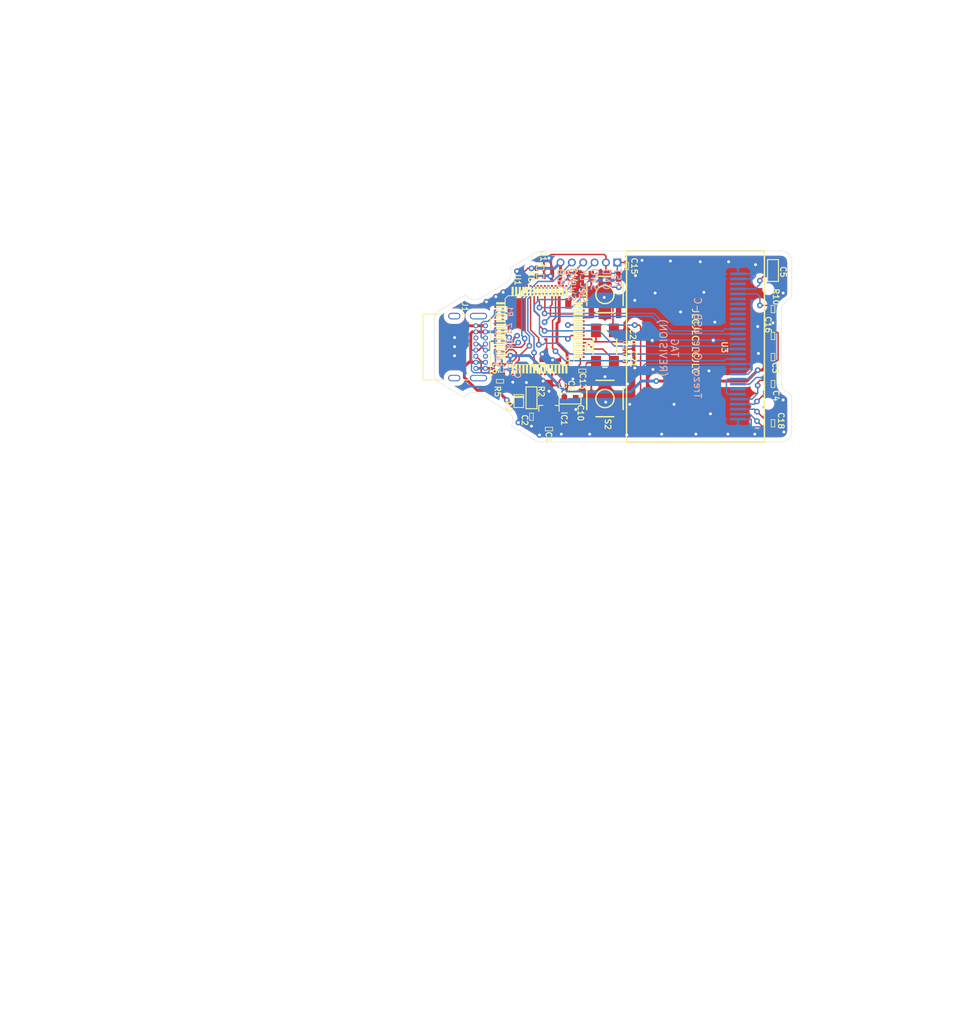
<source format=kicad_pcb>
(kicad_pcb (version 20221018) (generator pcbnew)
  (layers (0 "F.Cu" signal "Top") (31 "B.Cu" signal "Bottom") (34 "B.Paste" user) (35 "F.Paste" user) (36 "B.SilkS" user "B.Silkscreen") (37 "F.SilkS" user "F.Silkscreen") (38 "B.Mask" user) (39 "F.Mask" user) (44 "Edge.Cuts" user))
  (property "DATE" "YYYY-MM-DD HH:MM:SS")
  (property "REVISION" "REVISION")
  (property "TAG" "TAG")
  (net 0 "")
  (net 1 "GND")
  (net 2 "VCC")
  (net 3 "+3V3")
  (net 4 "+5V")
  (net 5 "Net-(C5-Pad2)")
  (net 6 "Net-(R10-PadP$2)")
  (net 13 "Net-(U1-Pad23)")
  (net 14 "Net-(U1-Pad21)")
  (net 17 "Net-(U1-Pad26)")
  (net 18 "Net-(U1-Pad27)")
  (net 19 "Net-(U1-Pad20)")
  (net 21 "Net-(C4-PadP$2)")
  (net 22 "Net-(C4-PadP$1)")
  (net 23 "Net-(C18-PadP$2)")
  (net 24 "Net-(C18-PadP$1)")
  (net 25 "Net-(C21-PadP$2)")
  (net 26 "Net-(C20-PadP$2)")
  (net 31 "Net-(U1-Pad55)")
  (net 34 "Net-(K2-Pad4)")
  (net 35 "Net-(C6-PadP$2)")
  (net 36 "Net-(K2-Pad5)")
  (net 37 "Net-(R4-PadP$1)")
  (net 38 "Net-(R3-PadP$1)")
  (net 40 "Net-(R7-PadP$1)")
  (net 44 "Net-(C8-PadP$2)")
  (net 55 "Net-(C15-PadP$2)")
  (net 56 "Net-(D2-PadK)")
  (net 57 "USB_SHIELD")
  (net 58 "USB_5V")
  (net 59 "USB_DP")
  (net 60 "USB_DM")
  (net 61 "Net-(J1-PadB5)")
  (net 62 "Net-(J1-PadA5)")
  (net 63 "Net-(S1-Pad1)")
  (net 64 "Net-(S2-Pad1)")
  (footprint "trezor_v1.1:UG-2864HSWEG01_0.96IN_WRAPAROUND" (layer "F.Cu") (at 164.7444 105.0036 90)
    (fp_text reference "U3")
    (fp_text value "DISPLAY")
  )
  (footprint "trezor_v1.1:TACTILE_SWITCH_SMD" (layer "F.Cu") (at 147.3708 97.7392 -90)
    (fp_text reference "S1")
    (fp_text value "SWITCH-MOMENTARY-2SMD" hide)
  )
  (footprint "trezor_v1.1:TACTILE_SWITCH_SMD" (layer "F.Cu") (at 147.3708 112.268 -90)
    (fp_text reference "S2")
    (fp_text value "SWITCH-MOMENTARY-2SMD" hide)
  )
  (footprint "trezor_v1.1:CTS406" (layer "F.Cu") (at 147.3708 105.0036 -90)
    (fp_text reference "Q2")
    (fp_text value "8MHz")
  )
  (footprint "trezor_v1.1:SOT23" (layer "F.Cu") (at 139.5476 113.8936)
    (fp_text reference "IC1")
    (fp_text value "MCP1703T-3302E/CB")
  )
  (footprint "trezor_v1.1:SWD" (layer "F.Cu") (at 149.098 93.2688 180)
    (fp_text reference "K2" hide)
    (fp_text value "SWD" hide)
  )
  (footprint "trezor_v1.1:0603" (layer "F.Cu") (at 137.1092 112.1664 -90)
    (fp_text reference "R2")
    (fp_text value "MF-FSMF020X-2 ")
  )
  (footprint "trezor_v1.1:SOD323" (layer "F.Cu") (at 135.3312 112.6236 90)
    (fp_text reference "D2")
    (fp_text value "BAT60BWS")
  )
  (footprint "trezor_v1.1:0402" (layer "F.Cu") (at 150.2156 104.8512 90)
    (fp_text reference "C20")
    (fp_text value "22p")
  )
  (footprint "trezor_v1.1:0402" (layer "F.Cu") (at 150.2156 106.5784 -90)
    (fp_text reference "C21")
    (fp_text value "22p")
  )
  (footprint "trezor_v1.1:0402" (layer "F.Cu") (at 138.3284 95.1992 180)
    (fp_text reference "C8")
    (fp_text value "2u2")
  )
  (footprint "trezor_v1.1:0402" (layer "F.Cu") (at 132.969 108.077 90)
    (fp_text reference "C6")
    (fp_text value "2u2")
  )
  (footprint "trezor_v1.1:0402" (layer "F.Cu") (at 141.478 110.4392)
    (fp_text reference "C9")
    (fp_text value "100n")
  )
  (footprint "trezor_v1.1:0402" (layer "F.Cu") (at 138.3284 94.0816 180)
    (fp_text reference "C12")
    (fp_text value "100n")
  )
  (footprint "trezor_v1.1:0402" (layer "F.Cu") (at 144.2212 108.4072 180)
    (fp_text reference "C13")
    (fp_text value "100n")
  )
  (footprint "trezor_v1.1:0402" (layer "F.Cu") (at 141.6812 94.6912 180)
    (fp_text reference "C14")
    (fp_text value "100n")
  )
  (footprint "trezor_v1.1:0402" (layer "F.Cu") (at 150.4188 93.7768 90)
    (fp_text reference "C15")
    (fp_text value "100n")
  )
  (footprint "trezor_v1.1:0402" (layer "F.Cu") (at 170.8404 103.5304 90)
    (fp_text reference "C16")
    (fp_text value "100n")
  )
  (footprint "trezor_v1.1:0402" (layer "F.Cu") (at 170.8404 110.236 90)
    (fp_text reference "C4")
    (fp_text value "1u")
  )
  (footprint "trezor_v1.1:0402" (layer "F.Cu") (at 170.8404 115.7224 90)
    (fp_text reference "C18")
    (fp_text value "1u")
  )
  (footprint "trezor_v1.1:0402" (layer "F.Cu") (at 139.5476 116.5352 180)
    (fp_text reference "C1")
    (fp_text value "1u")
  )
  (footprint "trezor_v1.1:0402" (layer "F.Cu") (at 137.1092 114.808 -90)
    (fp_text reference "C2")
    (fp_text value "1u")
  )
  (footprint "trezor_v1.1:0603" (layer "F.Cu") (at 142.494 112.268 180)
    (fp_text reference "C10")
    (fp_text value "4u7")
  )
  (footprint "trezor_v1.1:0402" (layer "F.Cu") (at 170.8404 99.7712 90)
    (fp_text reference "R10")
    (fp_text value "390k")
  )
  (footprint "trezor_v1.1:0603" (layer "F.Cu") (at 170.8404 94.3864 -90)
    (fp_text reference "C5")
    (fp_text value "2u2")
  )
  (footprint "Gigahawk:USB_C_Receptacle_GCT_USB4085" (layer "F.Cu") (at 130.683 102.108 -90)
    (fp_text reference "J1")
    (fp_text value "USB_C_Receptacle_USB2.0")
  )
  (footprint "trezor_v1.1:0402" (layer "F.Cu") (at 132.715 109.855)
    (fp_text reference "R5")
    (fp_text value "5.1k")
  )
  (footprint "trezor_v1.1:TQFP64" (layer "F.Cu") (at 138.2268 102.7176 180)
    (fp_text reference "U1")
    (fp_text value "STM32F205RET6")
  )
  (footprint "trezor_v1.1:0402" (layer "F.Cu") (at 170.8404 106.4768 -90)
    (fp_text reference "C3")
    (fp_text value "1u")
  )
  (footprint "trezor_v1.1:0402" (layer "B.Cu") (at 132.588 104.267 180)
    (fp_text reference "R3")
    (fp_text value "22R")
  )
  (footprint "trezor_v1.1:0402" (layer "B.Cu") (at 132.588 102.87 180)
    (fp_text reference "R7")
    (fp_text value "12k")
  )
  (footprint "trezor_v1.1:0402" (layer "B.Cu") (at 134.112 107.696 90)
    (fp_text reference "C7")
    (fp_text value "100n")
  )
  (footprint "trezor_v1.1:0402" (layer "B.Cu") (at 132.588 100.33)
    (fp_text reference "R1")
    (fp_text value "5.1k")
  )
  (footprint "trezor_v1.1:0402" (layer "B.Cu") (at 132.588 105.791 180)
    (fp_text reference "R4")
    (fp_text value "22R")
  )
  (gr_line (start 127.9144 97.7646) (end 128.2954 98.1964) (stroke (width 0.05)) (layer "Edge.Cuts"))
  (gr_line (start 172.212 99.187) (end 172.0342 99.568) (stroke (width 0.05)) (layer "Edge.Cuts"))
  (gr_line (start 129.413 98.4758) (end 129.9718 98.2726) (stroke (width 0.05)) (layer "Edge.Cuts"))
  (gr_line (start 128.8288 98.4504) (end 129.413 98.4758) (stroke (width 0.05)) (layer "Edge.Cuts"))
  (gr_line (start 128.2954 98.1964) (end 128.8288 98.4504) (stroke (width 0.05)) (layer "Edge.Cuts"))
  (gr_line (start 172.0342 99.568) (end 171.9834 99.9998) (stroke (width 0.05)) (layer "Edge.Cuts"))
  (gr_line (start 128.5748 111.4044) (end 128.0414 111.6584) (stroke (width 0.05)) (layer "Edge.Cuts"))
  (gr_line (start 128.0414 111.6584) (end 127.6604 112.0902) (stroke (width 0.05)) (layer "Edge.Cuts"))
  (gr_line (start 173.3042 111.7346) (end 172.8724 111.379) (stroke (width 0.05)) (layer "Edge.Cuts"))
  (gr_line (start 173.3042 98.2726) (end 173.482 97.7138) (stroke (width 0.05)) (layer "Edge.Cuts"))
  (gr_line (start 129.7178 111.5822) (end 133.8072 114.0206) (stroke (width 0.05)) (layer "Edge.Cuts"))
  (gr_line (start 173.355 117.4242) (end 173.482 116.84) (stroke (width 0.05)) (layer "Edge.Cuts"))
  (gr_line (start 172.8724 98.6282) (end 172.5168 98.8568) (stroke (width 0.05)) (layer "Edge.Cuts"))
  (gr_line (start 138.5062 118.3386) (end 171.9834 118.3386) (stroke (width 0.05)) (layer "Edge.Cuts"))
  (gr_line (start 172.5676 118.237) (end 173.0502 117.9068) (stroke (width 0.05)) (layer "Edge.Cuts"))
  (gr_line (start 172.5168 98.8568) (end 172.212 99.187) (stroke (width 0.05)) (layer "Edge.Cuts"))
  (gr_line (start 134.2644 94.6404) (end 134.0612 94.0816) (stroke (width 0.05)) (layer "Edge.Cuts"))
  (gr_line (start 173.0502 92.1004) (end 172.5422 91.7702) (stroke (width 0.05)) (layer "Edge.Cuts"))
  (gr_line (start 172.212 110.8202) (end 172.5168 111.1504) (stroke (width 0.05)) (layer "Edge.Cuts"))
  (gr_line (start 127.9144 97.7646) (end 124.2314 99.9744) (stroke (width 0.05)) (layer "Edge.Cuts"))
  (gr_line (start 138.5062 91.6686) (end 138.0998 91.7194) (stroke (width 0.05)) (layer "Edge.Cuts"))
  (gr_line (start 172.5422 91.7702) (end 171.9834 91.6686) (stroke (width 0.05)) (layer "Edge.Cuts"))
  (gr_line (start 134.239 114.427) (end 133.8072 114.0206) (stroke (width 0.05)) (layer "Edge.Cuts"))
  (gr_line (start 173.482 112.2934) (end 173.3042 111.7346) (stroke (width 0.05)) (layer "Edge.Cuts"))
  (gr_line (start 134.2136 95.2246) (end 134.2644 94.6404) (stroke (width 0.05)) (layer "Edge.Cuts"))
  (gr_line (start 173.355 92.583) (end 173.0502 92.1004) (stroke (width 0.05)) (layer "Edge.Cuts"))
  (gr_line (start 172.5168 111.1504) (end 172.8724 111.379) (stroke (width 0.05)) (layer "Edge.Cuts"))
  (gr_line (start 123.5202 108.7628) (end 123.698 109.4994) (stroke (width 0.05)) (layer "Edge.Cuts"))
  (gr_line (start 123.698 100.5078) (end 123.5202 101.2698) (stroke (width 0.05)) (layer "Edge.Cuts"))
  (gr_line (start 129.7178 111.5822) (end 129.159 111.379) (stroke (width 0.05)) (layer "Edge.Cuts"))
  (gr_line (start 123.698 109.4994) (end 124.2314 110.0328) (stroke (width 0.05)) (layer "Edge.Cuts"))
  (gr_line (start 172.8724 98.6282) (end 173.3042 98.2726) (stroke (width 0.05)) (layer "Edge.Cuts"))
  (gr_line (start 173.482 116.84) (end 173.482 112.2934) (stroke (width 0.05)) (layer "Edge.Cuts"))
  (gr_line (start 133.5532 96.139) (end 129.9718 98.2726) (stroke (width 0.05)) (layer "Edge.Cuts"))
  (gr_line (start 124.2314 110.0328) (end 127.6604 112.0902) (stroke (width 0.05)) (layer "Edge.Cuts"))
  (gr_line (start 171.9834 110.0074) (end 171.9834 99.9998) (stroke (width 0.05)) (layer "Edge.Cuts"))
  (gr_line (start 171.9834 118.3386) (end 172.5676 118.237) (stroke (width 0.05)) (layer "Edge.Cuts"))
  (gr_line (start 137.7188 118.1354) (end 138.0998 118.2878) (stroke (width 0.05)) (layer "Edge.Cuts"))
  (gr_line (start 137.7188 91.8718) (end 134.0612 94.0816) (stroke (width 0.05)) (layer "Edge.Cuts"))
  (gr_line (start 134.3152 116.078) (end 137.7188 118.1354) (stroke (width 0.05)) (layer "Edge.Cuts"))
  (gr_line (start 173.482 97.7138) (end 173.482 93.1672) (stroke (width 0.05)) (layer "Edge.Cuts"))
  (gr_line (start 124.2314 99.9744) (end 123.698 100.5078) (stroke (width 0.05)) (layer "Edge.Cuts"))
  (gr_line (start 133.5532 96.139) (end 133.985 95.758) (stroke (width 0.05)) (layer "Edge.Cuts"))
  (gr_line (start 138.0998 91.7194) (end 137.7188 91.8718) (stroke (width 0.05)) (layer "Edge.Cuts"))
  (gr_line (start 172.0342 110.4392) (end 172.212 110.8202) (stroke (width 0.05)) (layer "Edge.Cuts"))
  (gr_line (start 123.5202 101.2698) (end 123.5202 108.7628) (stroke (width 0.05)) (layer "Edge.Cuts"))
  (gr_line (start 173.0502 117.9068) (end 173.355 117.4242) (stroke (width 0.05)) (layer "Edge.Cuts"))
  (gr_line (start 138.0998 118.2878) (end 138.5062 118.3386) (stroke (width 0.05)) (layer "Edge.Cuts"))
  (gr_line (start 134.5184 115.5446) (end 134.493 114.9604) (stroke (width 0.05)) (layer "Edge.Cuts"))
  (gr_line (start 134.493 114.9604) (end 134.239 114.427) (stroke (width 0.05)) (layer "Edge.Cuts"))
  (gr_line (start 134.3152 116.078) (end 134.5184 115.5446) (stroke (width 0.05)) (layer "Edge.Cuts"))
  (gr_line (start 171.9834 110.0074) (end 172.0342 110.4392) (stroke (width 0.05)) (layer "Edge.Cuts"))
  (gr_line (start 129.159 111.379) (end 128.5748 111.4044) (stroke (width 0.05)) (layer "Edge.Cuts"))
  (gr_line (start 171.9834 91.6686) (end 138.5062 91.6686) (stroke (width 0.05)) (layer "Edge.Cuts"))
  (gr_line (start 133.985 95.758) (end 134.2136 95.2246) (stroke (width 0.05)) (layer "Edge.Cuts"))
  (gr_line (start 173.482 93.1672) (end 173.355 92.583) (stroke (width 0.05)) (layer "Edge.Cuts"))
  (gr_text "GND" (at 147.574 93.98 270) (layer "B.SilkS") (effects (font (size 1 1)) (justify right mirror)))
  (gr_text "SWO" (at 145.923 93.98 270) (layer "B.SilkS") (effects (font (size 1 1)) (justify right mirror)))
  (gr_text "SWCLK" (at 144.4 93.98 270) (layer "B.SilkS") (effects (font (size 1 1)) (justify right mirror)))
  (gr_text "SWDIO" (at 142.748 93.98 270) (layer "B.SilkS") (effects (font (size 1 1)) (justify right mirror)))
  (gr_text "VDD" (at 141.224 93.98 270) (layer "B.SilkS") (effects (font (size 1 1)) (justify right mirror)))
  (gr_text "RST" (at 149.1 93.98 270) (layer "B.SilkS") (effects (font (size 1 1)) (justify right mirror)))
  (gr_text "Trezor One USB-C\n\n${TAG}\n(${REVISION})" (at 157.9 105.2 270) (layer "B.SilkS") (effects (font (size 1 1)) (justify mirror)))
  (gr_text "JLCJLCJLCJLC" (at 160 104.3 -90) (layer "F.SilkS") (effects (font (size 0.9 0.9))))
  (segment (start 139.9768 110.1572) (end 140.2588 110.4392) (width 0.2032) (layer "F.Cu") (net 1))
  (segment (start 138.43 116.5352) (end 139.0396 116.5352) (width 0.2032) (layer "F.Cu") (net 1))
  (segment (start 141.4768 96.1148) (end 142.1892 95.4024) (width 0.2032) (layer "F.Cu") (net 1))
  (segment (start 147.2692 92.1512) (end 139.8524 92.1512) (width 0.2032) (layer "F.Cu") (net 1))
  (segment (start 137.6832 115.316) (end 137.8204 115.316) (width 0.2032) (layer "F.Cu") (net 1))
  (segment (start 139.9768 109.8296) (end 139.9768 110.1572) (width 0.2032) (layer "F.Cu") (net 1))
  (segment (start 138.7348 109.8296) (end 139.9768 109.8296) (width 0.2032) (layer "F.Cu") (net 1))
  (segment (start 145.4658 112.268) (end 145.4658 109.728) (width 0.2032) (layer "F.Cu") (net 1))
  (segment (start 142.1892 95.4024) (end 142.1892 94.6912) (width 0.2032) (layer "F.Cu") (net 1))
  (segment (start 139.8524 92.1512) (end 138.8364 93.1672) (width 0.2032) (layer "F.Cu") (net 1))
  (segment (start 144.7292 109.728) (end 145.4658 109.728) (width 0.2032) (layer "F.Cu") (net 1))
  (segment (start 140.2588 110.4392) (end 140.97 110.4392) (width 0.2032) (layer "F.Cu") (net 1))
  (segment (start 144.7292 108.4072) (end 144.7292 109.728) (width 0.2032) (layer "F.Cu") (net 1))
  (segment (start 147.5105 93.2688) (end 147.5105 94.7547) (width 0.2032) (layer "F.Cu") (net 1))
  (segment (start 138.8364 93.1672) (end 138.8364 94.0816) (width 0.2032) (layer "F.Cu") (net 1))
  (segment (start 145.4658 95.1992) (end 145.4658 100.2792) (width 0.2032) (layer "F.Cu") (net 1))
  (segment (start 141.4768 108.4176) (end 141.4768 109.3228) (width 0.2032) (layer "F.Cu") (net 1))
  (segment (start 145.4658 95.1992) (end 143.6116 95.1992) (width 0.2032) (layer "F.Cu") (net 1))
  (segment (start 143.6116 95.1992) (end 143.1036 94.6912) (width 0.2032) (layer "F.Cu") (net 1))
  (segment (start 147.5105 92.3925) (end 147.2692 92.1512) (width 0.2032) (layer "F.Cu") (net 1))
  (segment (start 137.1092 115.316) (end 137.6832 115.316) (width 0.2032) (layer "F.Cu") (net 1))
  (segment (start 143.294 112.268) (end 145.4658 112.268) (width 0.2032) (layer "F.Cu") (net 1))
  (segment (start 137.8204 115.316) (end 137.8204 115.0112) (width 0.2032) (layer "F.Cu") (net 1))
  (segment (start 138.8364 94.0816) (end 138.8364 95.1992) (width 0.2032) (layer "F.Cu") (net 1))
  (segment (start 145.4658 114.808) (end 145.4658 112.268) (width 0.2032) (layer "F.Cu") (net 1))
  (segment (start 145.4658 100.9676) (end 145.4658 100.2792) (width 0.2032) (layer "F.Cu") (net 1))
  (segment (start 141.0716 109.728) (end 140.97 109.8296) (width 0.2032) (layer "F.Cu") (net 1))
  (segment (start 147.066 95.1992) (end 145.4658 95.1992) (width 0.2032) (layer "F.Cu") (net 1))
  (segment (start 139.9768 108.4176) (end 139.9768 109.8296) (width 0.2032) (layer "F.Cu") (net 1))
  (segment (start 136.398 109.8296) (end 138.7348 109.8296) (width 0.2032) (layer "F.Cu") (net 1))
  (segment (start 147.5105 93.2688) (end 147.5105 92.3925) (width 0.2032) (layer "F.Cu") (net 1))
  (segment (start 141.4768 97.0176) (end 141.4768 96.1148) (width 0.2032) (layer "F.Cu") (net 1))
  (segment (start 147.5105 94.7547) (end 147.066 95.1992) (width 0.2032) (layer "F.Cu") (net 1))
  (segment (start 150.2156 106.0704) (end 150.2156 105.3592) (width 0.2032) (layer "F.Cu") (net 1))
  (segment (start 140.97 109.8296) (end 140.97 110.4392) (width 0.2032) (layer "F.Cu") (net 1))
  (segment (start 143.1036 94.6912) (end 142.1892 94.6912) (width 0.2032) (layer "F.Cu") (net 1))
  (segment (start 141.4768 109.3228) (end 141.0716 109.728) (width 0.2032) (layer "F.Cu") (net 1))
  (segment (start 143.9268 100.9676) (end 145.4658 100.9676) (width 0.2032) (layer "F.Cu") (net 1))
  (segment (start 150.2156 106.0704) (end 151.13 106.0704) (width 0.2032) (layer "F.Cu") (net 1))
  (segment (start 170.8276 93.5736) (end 170.8404 93.5864) (width 0.2032) (layer "F.Cu") (net 1))
  (segment (start 151.13 106.0704) (end 151.5364 106.4768) (width 0.2032) (layer "F.Cu") (net 1))
  (segment (start 147.3708 109.22) (end 147.3708 109.3216) (width 0.2032) (layer "F.Cu") (net 1))
  (segment (start 150.4188 94.2848) (end 150.4188 101.3968) (width 0.2032) (layer "F.Cu") (net 1))
  (segment (start 150.4188 101.3968) (end 150.4188 101.4984) (width 0.2032) (layer "F.Cu") (net 1))
  (segment (start 170.8404 101.7016) (end 170.8404 100.2792) (width 0.2032) (layer "F.Cu") (net 1))
  (segment (start 151.5364 106.4768) (end 151.5364 108.0008) (width 0.2032) (layer "F.Cu") (net 1))
  (segment (start 168.402 93.5736) (end 170.8276 93.5736) (width 0.2032) (layer "F.Cu") (net 1))
  (segment (start 147.3708 109.3216) (end 147.3708 109.4232) (width 0.2032) (layer "F.Cu") (net 1))
  (segment (start 147.3708 109.4232) (end 147.066 109.728) (width 0.2032) (layer "F.Cu") (net 1))
  (segment (start 147.066 109.728) (end 145.4658 109.728) (width 0.2032) (layer "F.Cu") (net 1))
  (segment (start 150.4188 94.2848) (end 151.0284 94.2848) (width 0.2032) (layer "F.Cu") (net 1))
  (segment (start 150.4188 102.2096) (end 150.4188 101.4984) (width 0.2032) (layer "F.Cu") (net 1))
  (segment (start 139.7508 95.1992) (end 138.8364 95.1992) (width 0.2032) (layer "F.Cu") (net 1))
  (segment (start 137.1092 116.1288) (end 137.1092 115.316) (width 0.2032) (layer "F.Cu") (net 1))
  (segment (start 137.1092 115.316) (end 136.6012 115.316) (width 0.2032) (layer "F.Cu") (net 1))
  (segment (start 170.8404 100.2792) (end 170.7388 100.2792) (width 0.2032) (layer "F.Cu") (net 1))
  (segment (start 139.0396 116.5352) (end 139.0396 117.2464) (width 0.2032) (layer "F.Cu") (net 1))
  (segment (start 143.294 113.7792) (end 143.3068 113.792) (width 0.2032) (layer "F.Cu") (net 1))
  (segment (start 151.5364 103.3272) (end 150.4188 102.2096) (width 0.2032) (layer "F.Cu") (net 1))
  (segment (start 170.7388 100.2792) (end 170.3324 100.2792) (width 0.2032) (layer "F.Cu") (net 1))
  (segment (start 151.0284 105.3592) (end 151.5364 104.8512) (width 0.2032) (layer "F.Cu") (net 1))
  (segment (start 150.2156 105.3592) (end 151.0284 105.3592) (width 0.2032) (layer "F.Cu") (net 1))
  (segment (start 151.5364 104.8512) (end 151.5364 103.3272) (width 0.2032) (layer "F.Cu") (net 1))
  (segment (start 143.294 112.268) (end 143.294 113.7792) (width 0.2032) (layer "F.Cu") (net 1))
  (segment (start 148.4884 98.1456) (end 148.4884 102.7176) (width 0.2032) (layer "F.Cu") (net 1))
  (segment (start 171.45 103.0224) (end 171.5516 103.124) (width 0.2032) (layer "F.Cu") (net 1))
  (segment (start 171.5516 103.124) (end 171.5516 106.8832) (width 0.2032) (layer "F.Cu") (net 1))
  (segment (start 170.8404 106.9848) (end 170.2308 106.9848) (width 0.2032) (layer "F.Cu") (net 1))
  (segment (start 138.5976 114.9936) (end 138.58 115.0112) (width 0.2032) (layer "F.Cu") (net 1))
  (segment (start 171.5516 106.8832) (end 171.45 106.9848) (width 0.2032) (layer "F.Cu") (net 1))
  (segment (start 138.58 115.0112) (end 137.8204 115.0112) (width 0.2032) (layer "F.Cu") (net 1))
  (segment (start 147.3708 109.3216) (end 146.2532 109.3216) (width 0.2032) (layer "F.Cu") (net 1))
  (segment (start 171.45 106.9848) (end 170.8404 106.9848) (width 0.2032) (layer "F.Cu") (net 1))
  (segment (start 147.2692 98.1456) (end 148.4884 98.1456) (width 0.2032) (layer "F.Cu") (net 1))
  (segment (start 170.8404 103.0224) (end 171.45 103.0224) (width 0.2032) (layer "F.Cu") (net 1))
  (segment (start 170.8404 103.0224) (end 170.2308 103.0224) (width 0.2032) (layer "F.Cu") (net 1))
  (segment (start 146.2532 109.3216) (end 146.2532 107.0864) (width 0.2032) (layer "F.Cu") (net 1))
  (segment (start 133.223 109.855) (end 133.223 108.839) (width 0.4) (layer "F.Cu") (net 1))
  (segment (start 133.223 108.839) (end 132.969 108.585) (width 0.4) (layer "F.Cu") (net 1))
  (segment (start 132.194 108.585) (end 132.969 108.585) (width 0.4) (layer "F.Cu") (net 1))
  (segment (start 130.683 102.108) (end 129.333 102.108) (width 0.4) (layer "F.Cu") (net 1))
  (segment (start 138.5976 114.9936) (end 138.5976 116.0932) (width 0.25) (layer "F.Cu") (net 1))
  (segment (start 138.5976 116.0932) (end 139.0396 116.5352) (width 0.25) (layer "F.Cu") (net 1))
  (segment (start 130.683 108.058) (end 131.667 108.058) (width 0.4) (layer "F.Cu") (net 1))
  (segment (start 131.667 108.058) (end 132.194 108.585) (width 0.4) (layer "F.Cu") (net 1))
  (segment (start 129.333 102.108) (end 128.016 102.108) (width 0.4) (layer "F.Cu") (net 1))
  (via (at 147.3708 109.22) (size 0.8064) (drill 0.4) (layers "F.Cu" "B.Cu") (net 1))
  (via (at 151.5364 108.0008) (size 0.8064) (drill 0.4) (layers "F.Cu" "B.Cu") (net 1))
  (via (at 168.8084 105.9688) (size 0.8064) (drill 0.4) (layers "F.Cu" "B.Cu") (net 1))
  (via (at 168.402 93.5736) (size 0.8064) (drill 0.4) (layers "F.Cu" "B.Cu") (net 1))
  (via (at 170.8404 101.7016) (size 0.8064) (drill 0.4) (layers "F.Cu" "B.Cu") (net 1))
  (via (at 137.1092 116.1288) (size 0.8064) (drill 0.4) (layers "F.Cu" "B.Cu") (net 1))
  (via (at 138.6332 106.0704) (size 0.8064) (drill 0.4) (layers "F.Cu" "B.Cu") (net 1))
  (via (at 142.9004 109.5248) (size 0.8064) (drill 0.4) (layers "F.Cu" "B.Cu") (net 1))
  (via (at 147.2692 95.7072) (size 0.8064) (drill 0.4) (layers "F.Cu" "B.Cu") (net 1))
  (via (at 162.5092 104.14) (size 0.8064) (drill 0.4) (layers "F.Cu" "B.Cu") (net 1))
  (via (at 153.9748 104.14) (size 0.8064) (drill 0.4) (layers "F.Cu" "B.Cu") (net 1))
  (via (at 138.7348 109.8296) (size 0.8064) (drill 0.4) (layers "F.Cu" "B.Cu") (net 1))
  (via (at 139.7508 95.1992) (size 0.8064) (drill 0.4) (layers "F.Cu" "B.Cu") (net 1))
  (via (at 133.1468 97.4344) (size 0.8064) (drill 0.4) (layers "F.Cu" "B.Cu") (net 1))
  (via (at 130.81 98.7552) (size 0.8064) (drill 0.4) (layers "F.Cu" "B.Cu") (net 1))
  (via (at 147.2692 98.1456) (size 0.8064) (drill 0.4) (layers "F.Cu" "B.Cu") (net 1))
  (via (at 143.3068 113.792) (size 0.8064) (drill 0.4) (layers "F.Cu" "B.Cu") (net 1))
  (via (at 132.1308 98.044) (size 0.8064) (drill 0.4) (layers "F.Cu" "B.Cu") (net 1))
  (via (at 154.3812 97.536) (size 0.8064) (drill 0.4) (layers "F.Cu" "B.Cu") (net 1))
  (via (at 152.5524 92.964) (size 0.8064) (drill 0.4) (layers "F.Cu" "B.Cu") (net 1))
  (via (at 162.1028 114.4016) (size 0.8064) (drill 0.4) (layers "F.Cu" "B.Cu") (net 1))
  (via (at 135.2804 115.6208) (size 0.8064) (drill 0.4) (layers "F.Cu" "B.Cu") (net 1))
  (via (at 160.6804 93.1672) (size 0.8064) (drill 0.4) (layers "F.Cu" "B.Cu") (net 1))
  (via (at 164.5412 117.2464) (size 0.8064) (drill 0.4) (layers "F.Cu" "B.Cu") (net 1))
  (via (at 168.7068 102.2096) (size 0.8064) (drill 0.4) (layers "F.Cu" "B.Cu") (net 1))
  (via (at 172.2628 112.4712) (size 0.8064) (drill 0.4) (layers "F.Cu" "B.Cu") (net 1))
  (via (at 156.5148 93.0656) (size 0.8064) (drill 0.4) (layers "F.Cu" "B.Cu") (net 1))
  (via (at 147.4724 112.776) (size 0.8064) (drill 0.4) (layers "F.Cu" "B.Cu") (net 1))
  (via (at 151.638 95.0976) (size 0.8064) (drill 0.4) (layers "F.Cu" "B.Cu") (net 1))
  (via (at 145.2372 117.2464) (size 0.8064) (drill 0.4) (layers "F.Cu" "B.Cu") (net 1))
  (via (at 138.2268 117.348) (size 0.8064) (drill 0.4) (layers "F.Cu" "B.Cu") (net 1))
  (via (at 161.1884 97.4344) (size 0.8064) (drill 0.4) (layers "F.Cu" "B.Cu") (net 1))
  (via (at 136.398 110.0328) (size 0.8064) (drill 0.4) (layers "F.Cu" "B.Cu") (net 1))
  (via (at 150.4188 117.348) (size 0.8064) (drill 0.4) (layers "F.Cu" "B.Cu") (net 1))
  (via (at 161.8996 108.4072) (size 0.8064) (drill 0.4) (layers "F.Cu" "B.Cu") (net 1))
  (via (at 139.5476 111.252) (size 0.8064) (drill 0.4) (layers "F.Cu" "B.Cu") (net 1))
  (via (at 168.3004 117.2464) (size 0.8064) (drill 0.4) (layers "F.Cu" "B.Cu") (net 1))
  (via (at 172.2628 97.536) (size 0.8064) (drill 0.4) (layers "F.Cu" "B.Cu") (net 1))
  (via (at 151.5364 98.552) (size 0.8064) (drill 0.4) (layers "F.Cu" "B.Cu") (net 1))
  (via (at 140.0556 106.8832) (size 0.8064) (drill 0.4) (layers "F.Cu" "B.Cu") (net 1))
  (via (at 139.5476 92.6592) (size 0.8064) (drill 0.4) (layers "F.Cu" "B.Cu") (net 1))
  (via (at 162.7124 101.6) (size 0.8064) (drill 0.4) (layers "F.Cu" "B.Cu") (net 1))
  (via (at 141.2748 117.2464) (size 0.8064) (drill 0.4) (layers "F.Cu" "B.Cu") (net 1))
  (via (at 172.3644 116.9416) (size 0.8064) (drill 0.4) (layers "F.Cu" "B.Cu") (net 1))
  (via (at 155.2956 117.2464) (size 0.8064) (drill 0.4) (layers "F.Cu" "B.Cu") (net 1))
  (via (at 157.0228 113.0808) (size 0.8064) (drill 0.4) (layers "F.Cu" "B.Cu") (net 1))
  (via (at 154.0764 108.204) (size 0.8064) (drill 0.4) (layers "F.Cu" "B.Cu") (net 1))
  (via (at 135.0772 94.488) (size 0.8064) (drill 0.4) (layers "F.Cu" "B.Cu") (net 1))
  (via (at 164.6428 93.1672) (size 0.8064) (drill 0.4) (layers "F.Cu" "B.Cu") (net 1))
  (via (at 150.5204 110.236) (size 0.8064) (drill 0.4) (layers "F.Cu" "B.Cu") (net 1))
  (via (at 157.9372 100.1776) (size 0.8064) (drill 0.4) (layers "F.Cu" "B.Cu") (net 1))
  (via (at 160.0708 117.2464) (size 0.8064) (drill 0.4) (layers "F.Cu" "B.Cu") (net 1))
  (via (at 150.8252 113.0808) (size 0.8064) (drill 0.4) (layers "F.Cu" "B.Cu") (net 1))
  (via (at 126.365 103.759) (size 0.8) (drill 0.4) (layers "F.Cu" "B.Cu") (net 1))
  (via (at 126.365 105.029) (size 0.8) (drill 0.4) (layers "F.Cu" "B.Cu") (net 1))
  (via (at 134.493 109.982) (size 0.8) (drill 0.4) (layers "F.Cu" "B.Cu") (net 1))
  (via (at 126.365 106.299) (size 0.8) (drill 0.4) (layers "F.Cu" "B.Cu") (net 1))
  (segment (start 165.9444 107.4536) (end 167.4252 107.4536) (width 0.2032) (layer "B.Cu") (net 1))
  (segment (start 167.122 115.1536) (end 167.7924 115.1536) (width 0.2032) (layer "B.Cu") (net 1))
  (segment (start 167.7924 116.2304) (end 169.926 116.2304) (width 0.2032) (layer "B.Cu") (net 1))
  (segment (start 165.9444 115.1536) (end 167.122 115.1536) (width 0.2032) (layer "B.Cu") (net 1))
  (segment (start 167.7924 115.1536) (end 167.7924 115.6208) (width 0.2032) (layer "B.Cu") (net 1))
  (segment (start 167.7924 115.6208) (end 167.7924 116.2304) (width 0.2032) (layer "B.Cu") (net 1))
  (segment (start 169.926 116.2304) (end 170.8404 115.316) (width 0.2032) (layer "B.Cu") (net 1))
  (segment (start 168.402 94.3864) (end 168.402 93.5736) (width 0.2032) (layer "B.Cu") (net 1))
  (segment (start 147.3708 108.6104) (end 147.3708 109.22) (width 0.2032) (layer "B.Cu") (net 1))
  (segment (start 151.5364 108.0008) (end 147.9804 108.0008) (width 0.2032) (layer "B.Cu") (net 1))
  (segment (start 147.9804 108.0008) (end 147.5232 108.458) (width 0.2032) (layer "B.Cu") (net 1))
  (segment (start 152.998 107.4536) (end 152.4508 108.0008) (width 0.2032) (layer "B.Cu") (net 1))
  (segment (start 170.8404 101.7016) (end 170.8404 99.568) (width 0.2032) (layer "B.Cu") (net 1))
  (segment (start 147.5232 108.458) (end 147.3708 108.6104) (width 0.2032) (layer "B.Cu") (net 1))
  (segment (start 167.894 107.3912) (end 167.894 106.9848) (width 0.2032) (layer "B.Cu") (net 1))
  (segment (start 167.894 107.7976) (end 167.894 107.3912) (width 0.2032) (layer "B.Cu") (net 1))
  (segment (start 165.9444 95.5536) (end 168.0476 95.5536) (width 0.2032) (layer "B.Cu") (net 1))
  (segment (start 170.8404 106.0704) (end 170.8404 101.8032) (width 0.2032) (layer "B.Cu") (net 1))
  (segment (start 171.2468 99.1616) (end 171.2468 96.4184) (width 0.2032) (layer "B.Cu") (net 1))
  (segment (start 152.4508 108.0008) (end 151.5364 108.0008) (width 0.2032) (layer "B.Cu") (net 1))
  (segment (start 168.5036 109.3216) (end 170.8404 109.3216) (width 0.2032) (layer "B.Cu") (net 1))
  (segment (start 165.9444 94.8536) (end 168.402 94.8536) (width 0.2032) (layer "B.Cu") (net 1))
  (segment (start 170.8404 109.3216) (end 170.8404 106.0704) (width 0.2032) (layer "B.Cu") (net 1))
  (segment (start 170.8404 99.568) (end 171.2468 99.1616) (width 0.2032) (layer "B.Cu") (net 1))
  (segment (start 153.506 107.4536) (end 152.998 107.4536) (width 0.2032) (layer "B.Cu") (net 1))
  (segment (start 171.3484 114.808) (end 171.3484 112.3696) (width 0.2032) (layer "B.Cu") (net 1))
  (segment (start 170.8404 101.8032) (end 170.8404 101.7016) (width 0.2032) (layer "B.Cu") (net 1))
  (segment (start 171.3484 112.3696) (end 170.8404 111.8616) (width 0.2032) (layer "B.Cu") (net 1))
  (segment (start 167.4252 107.4536) (end 167.894 107.4536) (width 0.2032) (layer "B.Cu") (net 1))
  (segment (start 165.9444 108.8536) (end 167.346 108.8536) (width 0.2032) (layer "B.Cu") (net 1))
  (segment (start 167.346 108.8536) (end 167.4876 108.712) (width 0.2032) (layer "B.Cu") (net 1))
  (segment (start 165.9444 108.1536) (end 167.894 108.1536) (width 0.2032) (layer "B.Cu") (net 1))
  (segment (start 167.5716 110.2536) (end 168.5036 109.3216) (width 0.2032) (layer "B.Cu") (net 1))
  (segment (start 168.8084 105.9688) (end 170.8404 105.9688) (width 0.2032) (layer "B.Cu") (net 1))
  (segment (start 167.894 107.8992) (end 167.894 107.7976) (width 0.2032) (layer "B.Cu") (net 1))
  (segment (start 167.894 108.1536) (end 167.894 107.7976) (width 0.2032) (layer "B.Cu") (net 1))
  (segment (start 167.894 106.8832) (end 168.8084 105.9688) (width 0.2032) (layer "B.Cu") (net 1))
  (segment (start 167.894 108.3056) (end 167.894 107.7976) (width 0.2032) (layer "B.Cu") (net 1))
  (segment (start 168.402 94.8536) (end 168.402 94.3864) (width 0.2032) (layer "B.Cu") (net 1))
  (segment (start 171.2468 96.4184) (end 170.8404 96.012) (width 0.2032) (layer "B.Cu") (net 1))
  (segment (start 170.8404 94.5896) (end 169.8244 93.5736) (width 0.2032) (layer "B.Cu") (net 1))
  (segment (start 170.8404 115.316) (end 171.3484 114.808) (width 0.2032) (layer "B.Cu") (net 1))
  (segment (start 167.5716 110.2536) (end 165.9444 110.2536) (width 0.2032) (layer "B.Cu") (net 1))
  (segment (start 170.8404 105.9688) (end 170.8404 106.0704) (width 0.2032) (layer "B.Cu") (net 1))
  (segment (start 168.0476 95.5536) (end 168.402 95.1992) (width 0.2032) (layer "B.Cu") (net 1))
  (segment (start 165.9444 107.4536) (end 153.506 107.4536) (width 0.2032) (layer "B.Cu") (net 1))
  (segment (start 167.894 107.4536) (end 167.894 107.3912) (width 0.2032) (layer "B.Cu") (net 1))
  (segment (start 168.402 95.1992) (end 168.402 94.3864) (width 0.2032) (layer "B.Cu") (net 1))
  (segment (start 167.4876 108.712) (end 167.894 108.3056) (width 0.2032) (layer "B.Cu") (net 1))
  (segment (start 170.8404 96.012) (end 170.8404 94.5896) (width 0.2032) (layer "B.Cu") (net 1))
  (segment (start 170.8404 111.8616) (end 170.8404 109.3216) (width 0.2032) (layer "B.Cu") (net 1))
  (segment (start 167.894 106.9848) (end 167.894 106.8832) (width 0.2032) (layer "B.Cu") (net 1))
  (segment (start 169.8244 93.5736) (end 168.402 93.5736) (width 0.2032) (layer "B.Cu") (net 1))
  (segment (start 131.9276 98.7552) (end 135.382 95.3008) (width 0.2032) (layer "B.Cu") (net 1))
  (segment (start 138.7348 113.792) (end 138.7348 114.5032) (width 0.2032) (layer "B.Cu") (net 1))
  (segment (start 138.7348 109.8296) (end 138.7348 113.792) (width 0.2032) (layer "B.Cu") (net 1))
  (segment (start 135.382 95.3008) (end 135.4836 95.1992) (width 0.2032) (layer "B.Cu") (net 1))
  (segment (start 135.4836 95.1992) (end 139.7508 95.1992) (width 0.2032) (layer "B.Cu") (net 1))
  (segment (start 130.81 98.7552) (end 131.9276 98.7552) (width 0.2032) (layer "B.Cu") (net 1))
  (segment (start 138.7348 114.5032) (end 137.1092 116.1288) (width 0.2032) (layer "B.Cu") (net 1))
  (segment (start 143.3068 113.792) (end 138.7348 113.792) (width 0.2032) (layer "B.Cu") (net 1))
  (segment (start 129.333 108.058) (end 130.683 108.058) (width 0.4) (layer "B.Cu") (net 1))
  (segment (start 141.1605 94.6785) (end 141.1732 94.6912) (width 0.2032) (layer "F.Cu") (net 3))
  (segment (start 141.694 111.3408) (end 141.986 111.0488) (width 0.4064) (layer "F.Cu") (net 3))
  (segment (start 141.694 111.3408) (end 141.694 111.76) (width 0.2032) (layer "F.Cu") (net 3))
  (segment (start 133.9688 106.4676) (end 134.1628 106.2736) (width 0.2032) (layer "F.Cu") (net 3))
  (segment (start 141.986 111.0488) (end 141.986 110.4392) (width 0.4064) (layer "F.Cu") (net 3))
  (segment (start 143.7132 108.4072) (end 143.7132 109.9312) (width 0.2032) (layer "F.Cu") (net 3))
  (segment (start 136.398 94.2848) (end 136.6012 94.0816) (width 0.2032) (layer "F.Cu") (net 3))
  (segment (start 136.6012 94.0816) (end 137.1092 94.0816) (width 0.2032) (layer "F.Cu") (net 3))
  (segment (start 141.694 112.268) (end 141.694 111.76) (width 0.4064) (layer "F.Cu") (net 3))
  (segment (start 137.1092 94.0816) (end 137.8204 94.0816) (width 0.2032) (layer "F.Cu") (net 3))
  (segment (start 134.0196 106.4168) (end 134.1628 106.2736) (width 0.2032) (layer "F.Cu") (net 3))
  (segment (start 141.694 111.76) (end 141.694 111.3408) (width 0.4064) (layer "F.Cu") (net 3))
  (segment (start 143.7132 109.9312) (end 143.2052 110.4392) (width 0.2032) (layer "F.Cu") (net 3))
  (segment (start 143.2052 110.4392) (end 141.986 110.4392) (width 0.2032) (layer "F.Cu") (net 3))
  (segment (start 134.4768 97.0176) (end 134.4768 96.206) (width 0.2032) (layer "F.Cu") (net 3))
  (segment (start 140.4976 114.7724) (end 141.6812 113.5888) (width 0.4064) (layer "F.Cu") (net 3))
  (segment (start 141.1605 93.2688) (end 141.1605 94.6785) (width 0.4064) (layer "F.Cu") (net 3))
  (segment (start 141.1732 95.504) (end 141.1732 94.6912) (width 0.4064) (layer "F.Cu") (net 3))
  (segment (start 140.4976 114.9936) (end 140.4976 116.0932) (width 0.2032) (layer "F.Cu") (net 3))
  (segment (start 137.1092 94.0816) (end 136.6012 94.0816) (width 0.2032) (layer "F.Cu") (net 3))
  (segment (start 140.9768 97.0176) (end 140.9768 97.9492) (width 0.2032) (layer "F.Cu") (net 3))
  (segment (start 140.9768 97.9492) (end 140.9768 100.4824) (width 0.4064) (layer "F.Cu") (net 3))
  (segment (start 140.9768 100.4824) (end 140.9768 101.2884) (width 0.4064) (layer "F.Cu") (net 3))
  (segment (start 132.5268 106.4676) (end 133.9688 106.4676) (width 0.2032) (layer "F.Cu") (net 3))
  (segment (start 140.4976 116.0932) (end 140.0556 116.5352) (width 0.2032) (layer "F.Cu") (net 3))
  (segment (start 140.9768 101.2884) (end 140.9768 101.4916) (width 0.4064) (layer "F.Cu") (net 3))
  (segment (start 140.9768 101.4916) (end 140.6652 101.8032) (width 0.4064) (layer "F.Cu") (net 3))
  (segment (start 140.6652 101.8032) (end 140.6652 104.4448) (width 0.4064) (layer "F.Cu") (net 3))
  (segment (start 140.6652 104.4448) (end 140.9768 104.7564) (width 0.4064) (layer "F.Cu") (net 3))
  (segment (start 134.4768 96.206) (end 136.398 94.2848) (width 0.2032) (layer "F.Cu") (net 3))
  (segment (start 141.6812 113.5888) (end 141.6812 112.2808) (width 0.4064) (layer "F.Cu") (net 3))
  (segment (start 141.6812 112.2808) (end 141.694 112.268) (width 0.4064) (layer "F.Cu") (net 3))
  (segment (start 140.4976 114.9936) (end 140.4976 114.7724) (width 0.4064) (layer "F.Cu") (net 3))
  (segment (start 142.0876 107.5944) (end 142.0876 108.4072) (width 0.4064) (layer "F.Cu") (net 3))
  (segment (start 169.6212 106.3752) (end 169.6212 108.0008) (width 0.4064) (layer "F.Cu") (net 3))
  (segment (start 142.0876 108.4072) (end 142.0876 110.3376) (width 0.4064) (layer "F.Cu") (net 3))
  (segment (start 142.0876 105.8672) (end 142.0876 107.5944) (width 0.4064) (layer "F.Cu") (net 3))
  (segment (start 154.5336 109.8296) (end 167.1828 109.8296) (width 0.4064) (layer "F.Cu") (net 3))
  (segment (start 169.6212 108.0008) (end 169.3164 108.3056) (width 0.4064) (layer "F.Cu") (net 3))
  (segment (start 143.9268 106.4676) (end 143.9268 107.4824) (width 0.2032) (layer "F.Cu") (net 3))
  (segment (start 143.9268 107.4824) (end 143.7132 107.696) (width 0.2032) (layer "F.Cu") (net 3))
  (segment (start 169.3164 108.3056) (end 168.7068 108.3056) (width 0.4064) (layer "F.Cu") (net 3))
  (segment (start 143.7132 107.696) (end 143.7132 108.4072) (width 0.2032) (layer "F.Cu") (net 3))
  (segment (start 170.8404 105.9688) (end 170.0276 105.9688) (width 0.4064) (layer "F.Cu") (net 3))
  (segment (start 142.0876 110.3376) (end 141.986 110.4392) (width 0.4064) (layer "F.Cu") (net 3))
  (segment (start 170.0276 105.9688) (end 169.6212 106.3752) (width 0.4064) (layer "F.Cu") (net 3))
  (segment (start 140.9768 97.0176) (end 140.9768 96.0188) (width 0.2032) (layer "F.Cu") (net 3))
  (segment (start 140.9768 96.0188) (end 140.97 96.1136) (width 0.2032) (layer "F.Cu") (net 3))
  (segment (start 140.9916 100.4676) (end 140.9768 100.4824) (width 0.2032) (layer "F.Cu") (net 3))
  (segment (start 141.9768 105.7564) (end 141.6812 105.4608) (width 0.4064) (layer "F.Cu") (net 3))
  (segment (start 140.9768 104.7564) (end 141.6812 105.4608) (width 0.4064) (layer "F.Cu") (net 3))
  (segment (start 142.0772 108.4176) (end 142.0876 108.4072) (width 0.2032) (layer "F.Cu") (net 3))
  (segment (start 143.9268 100.4676) (end 140.9916 100.4676) (width 0.2032) (layer "F.Cu") (net 3))
  (segment (start 141.9768 108.4176) (end 142.0772 108.4176) (width 0.2032) (layer "F.Cu") (net 3))
  (segment (start 141.9768 105.7564) (end 142.0876 105.8672) (width 0.4064) (layer "F.Cu") (net 3))
  (segment (start 170.8404 104.0384) (end 170.8404 105.9688) (width 0.4064) (layer "F.Cu") (net 3))
  (segment (start 140.97 96.1136) (end 140.97 95.7072) (width 0.4064) (layer "F.Cu") (net 3))
  (segment (start 167.1828 109.8296) (end 168.7068 108.3056) (width 0.4064) (layer "F.Cu") (net 3))
  (segment (start 140.97 95.7072) (end 141.1732 95.504) (width 0.4064) (layer "F.Cu") (net 3))
  (via (at 141.694 111.3408) (size 0.8064) (drill 0.4) (layers "F.Cu" "B.Cu") (net 3))
  (via (at 137.1092 94.0816) (size 0.8064) (drill 0.4) (layers "F.Cu" "B.Cu") (net 3))
  (via (at 134.1628 106.2736) (size 0.8064) (drill 0.4) (layers "F.Cu" "B.Cu") (net 3))
  (via (at 154.5336 109.8296) (size 0.8064) (drill 0.4) (layers "F.Cu" "B.Cu") (net 3))
  (via (at 168.7068 108.3056) (size 0.8064) (drill 0.4) (layers "F.Cu" "B.Cu") (net 3))
  (segment (start 164.5364 111.6536) (end 164.338 111.4552) (width 0.2032) (layer "B.Cu") (net 3))
  (segment (start 136.8044 106.2736) (end 141.3764 110.8456) (width 0.4064) (layer "B.Cu") (net 3))
  (segment (start 141.3764 110.8456) (end 141.694 111.1632) (width 0.4064) (layer "B.Cu") (net 3))
  (segment (start 141.694 111.1632) (end 141.694 111.3408) (width 0.4064) (layer "B.Cu") (net 3))
  (segment (start 140.3477 94.0816) (end 139.1412 94.0816) (width 0.4064) (layer "B.Cu") (net 3))
  (segment (start 165.9444 111.6536) (end 164.5364 111.6536) (width 0.2032) (layer "B.Cu") (net 3))
  (segment (start 164.338 109.728) (end 164.338 111.4552) (width 0.2032) (layer "B.Cu") (net 3))
  (segment (start 134.1628 106.2736) (end 136.8044 106.2736) (width 0.4064) (layer "B.Cu") (net 3))
  (segment (start 139.1412 94.0816) (end 137.1092 94.0816) (width 0.4064) (layer "B.Cu") (net 3))
  (segment (start 141.1605 93.2688) (end 140.3477 94.0816) (width 0.4064) (layer "B.Cu") (net 3))
  (segment (start 164.5124 109.5536) (end 164.338 109.728) (width 0.2032) (layer "B.Cu") (net 3))
  (segment (start 165.9444 109.5536) (end 164.5124 109.5536) (width 0.2032) (layer "B.Cu") (net 3))
  (segment (start 165.9444 109.5536) (end 167.4588 109.5536) (width 0.2032) (layer "B.Cu") (net 3))
  (segment (start 141.7068 111.3536) (end 141.694 111.3408) (width 0.2032) (layer "B.Cu") (net 3))
  (segment (start 144.7292 111.3536) (end 141.7068 111.3536) (width 0.4064) (layer "B.Cu") (net 3))
  (segment (start 150.9268 111.3536) (end 152.4508 109.8296) (width 0.4064) (layer "B.Cu") (net 3))
  (segment (start 153.67 109.8296) (end 154.5336 109.8296) (width 0.4064) (layer "B.Cu") (net 3))
  (segment (start 144.7292 111.3536) (end 150.9268 111.3536) (width 0.4064) (layer "B.Cu") (net 3))
  (segment (start 167.4588 109.5536) (end 168.7068 108.3056) (width 0.2032) (layer "B.Cu") (net 3))
  (segment (start 152.4508 109.8296) (end 153.67 109.8296) (width 0.4064) (layer "B.Cu") (net 3))
  (segment (start 142.9004 111.3536) (end 141.6812 111.3536) (width 0.2032) (layer "B.Cu") (net 3))
  (segment (start 141.6812 111.3536) (end 141.694 111.3408) (width 0.2032) (layer "B.Cu") (net 3))
  (segment (start 134.112 107.188) (end 134.112 106.3244) (width 0.4) (layer "B.Cu") (net 3))
  (segment (start 134.112 106.3244) (end 134.1628 106.2736) (width 0.4) (layer "B.Cu") (net 3))
  (segment (start 137.1092 112.9664) (end 137.1092 114.3) (width 0.2032) (layer "F.Cu") (net 4))
  (segment (start 139.5476 112.9664) (end 139.5476 112.7936) (width 0.4064) (layer "F.Cu") (net 4))
  (segment (start 137.1092 112.9664) (end 139.5476 112.9664) (width 0.4064) (layer "F.Cu") (net 4))
  (segment (start 169.5196 95.1992) (end 170.8276 95.1992) (width 0.2032) (layer "F.Cu") (net 5))
  (segment (start 169.0116 95.7072) (end 169.5196 95.1992) (width 0.2032) (layer "F.Cu") (net 5))
  (segment (start 170.8276 95.1992) (end 170.8404 95.1864) (width 0.2032) (layer "F.Cu") (net 5))
  (segment (start 169.0116 95.8088) (end 169.0116 95.7072) (width 0.2032) (layer "F.Cu") (net 5))
  (via (at 169.0116 95.8088) (size 0.8064) (drill 0.4) (layers "F.Cu" "B.Cu") (net 5))
  (segment (start 165.9444 96.9536) (end 168.3748 96.9536) (width 0.2032) (layer "B.Cu") (net 5))
  (segment (start 169.0116 96.3168) (end 168.3748 96.9536) (width 0.2032) (layer "B.Cu") (net 5))
  (segment (start 169.0116 95.8088) (end 169.0116 96.3168) (width 0.2032) (layer "B.Cu") (net 5))
  (segment (start 169.0116 99.2632) (end 170.8404 99.2632) (width 0.2032) (layer "F.Cu") (net 6))
  (via (at 169.0116 99.2632) (size 0.8064) (drill 0.4) (layers "F.Cu" "B.Cu") (net 6))
  (segment (start 167.2006 97.6536) (end 168.6212 97.6536) (width 0.2032) (layer "B.Cu") (net 6))
  (segment (start 168.6212 97.6536) (end 169.0116 98.044) (width 0.2032) (layer "B.Cu") (net 6))
  (segment (start 169.0116 98.044) (end 169.0116 99.1616) (width 0.2032) (layer "B.Cu") (net 6))
  (segment (start 169.0116 99.1616) (end 169.0116 99.2632) (width 0.2032) (layer "B.Cu") (net 6))
  (segment (start 165.9444 97.6536) (end 167.2006 97.6536) (width 0.2032) (layer "B.Cu") (net 6))
  (segment (start 138.9768 97.0176) (end 138.9768 100.342) (width 0.2032) (layer "F.Cu") (net 13))
  (segment (start 138.9768 100.342) (end 138.938 100.3808) (width 0.2032) (layer "F.Cu") (net 13))
  (via (at 138.938 100.3808) (size 0.8064) (drill 0.4) (layers "F.Cu" "B.Cu") (net 13))
  (segment (start 157.3276 102.8192) (end 156.6595 102.8192) (width 0.2032) (layer "B.Cu") (net 13))
  (segment (start 154.2211 100.3808) (end 138.938 100.3808) (width 0.2032) (layer "B.Cu") (net 13))
  (segment (start 164.0956 102.5536) (end 164.0332 102.616) (width 0.2032) (layer "B.Cu") (net 13))
  (segment (start 156.6595 102.8192) (end 156.3939 102.5536) (width 0.2032) (layer "B.Cu") (net 13))
  (segment (start 163.83 102.8192) (end 157.3276 102.8192) (width 0.2032) (layer "B.Cu") (net 13))
  (segment (start 164.0332 102.616) (end 163.83 102.8192) (width 0.2032) (layer "B.Cu") (net 13))
  (segment (start 156.3939 102.5536) (end 154.2211 100.3808) (width 0.2032) (layer "B.Cu") (net 13))
  (segment (start 165.9444 102.5536) (end 164.0956 102.5536) (width 0.2032) (layer "B.Cu") (net 13))
  (segment (start 139.9768 97.0176) (end 139.9768 99.1388) (width 0.2032) (layer "F.Cu") (net 14))
  (segment (start 139.7508 99.3648) (end 139.7508 100.7872) (width 0.2032) (layer "F.Cu") (net 14))
  (segment (start 139.9768 99.1388) (end 139.7508 99.3648) (width 0.2032) (layer "F.Cu") (net 14))
  (segment (start 138.938 101.6) (end 139.7508 100.7872) (width 0.2032) (layer "F.Cu") (net 14))
  (via (at 138.938 101.6) (size 0.8064) (drill 0.4) (layers "F.Cu" "B.Cu") (net 14))
  (segment (start 139.7508 100.7872) (end 138.938 101.6) (width 0.2032) (layer "B.Cu") (net 14))
  (segment (start 165.9444 103.2536) (end 156.4412 103.2536) (width 0.2032) (layer "B.Cu") (net 14))
  (segment (start 156.4412 103.2536) (end 153.9748 100.7872) (width 0.2032) (layer "B.Cu") (net 14))
  (segment (start 153.9748 100.7872) (end 139.7508 100.7872) (width 0.2032) (layer "B.Cu") (net 14))
  (segment (start 138.2268 100.7872) (end 138.2268 102.108) (width 0.2032) (layer "F.Cu") (net 17))
  (segment (start 137.4768 99.1228) (end 137.4768 100.0372) (width 0.2032) (layer "F.Cu") (net 17))
  (segment (start 137.4768 100.0372) (end 138.2268 100.7872) (width 0.2032) (layer "F.Cu") (net 17))
  (segment (start 138.2268 102.108) (end 138.938 102.8192) (width 0.2032) (layer "F.Cu") (net 17))
  (segment (start 137.4768 97.0176) (end 137.4768 99.1228) (width 0.2032) (layer "F.Cu") (net 17))
  (via (at 138.938 102.8192) (size 0.8064) (drill 0.4) (layers "F.Cu" "B.Cu") (net 17))
  (segment (start 139.4554 102.8192) (end 146.5724 102.8192) (width 0.2032) (layer "B.Cu") (net 17))
  (segment (start 163.8244 104.9472) (end 148.7004 104.9472) (width 0.2032) (layer "B.Cu") (net 17))
  (segment (start 165.9444 105.3536) (end 164.2308 105.3536) (width 0.2032) (layer "B.Cu") (net 17))
  (segment (start 138.938 102.8192) (end 139.4554 102.8192) (width 0.2032) (layer "B.Cu") (net 17))
  (segment (start 164.2308 105.3536) (end 163.8244 104.9472) (width 0.2032) (layer "B.Cu") (net 17))
  (segment (start 146.5724 102.8192) (end 148.7004 104.9472) (width 0.2032) (layer "B.Cu") (net 17))
  (segment (start 136.9768 99.2324) (end 136.9768 102.6868) (width 0.2032) (layer "F.Cu") (net 18))
  (segment (start 136.9768 102.6868) (end 138.1252 103.8352) (width 0.2032) (layer "F.Cu") (net 18))
  (segment (start 136.9768 97.0176) (end 136.9768 99.2324) (width 0.2032) (layer "F.Cu") (net 18))
  (segment (start 138.1252 104.7496) (end 138.1252 103.8352) (width 0.2032) (layer "F.Cu") (net 18))
  (via (at 138.1252 104.7496) (size 0.8064) (drill 0.4) (layers "F.Cu" "B.Cu") (net 18))
  (segment (start 141.0716 104.648) (end 140.97 104.5464) (width 0.2032) (layer "B.Cu") (net 18))
  (segment (start 148.0698 106.0536) (end 142.4772 106.0536) (width 0.2032) (layer "B.Cu") (net 18))
  (segment (start 140.97 104.5464) (end 138.938 104.5464) (width 0.2032) (layer "B.Cu") (net 18))
  (segment (start 138.938 104.5464) (end 138.7348 104.7496) (width 0.2032) (layer "B.Cu") (net 18))
  (segment (start 142.4772 106.0536) (end 141.1732 104.7496) (width 0.2032) (layer "B.Cu") (net 18))
  (segment (start 165.9444 106.0536) (end 148.0698 106.0536) (width 0.2032) (layer "B.Cu") (net 18))
  (segment (start 141.1732 104.7496) (end 140.97 104.5464) (width 0.2032) (layer "B.Cu") (net 18))
  (segment (start 138.7348 104.7496) (end 138.1252 104.7496) (width 0.2032) (layer "B.Cu") (net 18))
  (segment (start 140.4768 100.9756) (end 140.0556 101.3968) (width 0.2032) (layer "F.Cu") (net 19))
  (segment (start 140.0556 105.2576) (end 140.4472 105.6492) (width 0.2032) (layer "F.Cu") (net 19))
  (segment (start 140.4472 105.6492) (end 140.4768 105.6492) (width 0.2032) (layer "F.Cu") (net 19))
  (segment (start 140.4768 105.6492) (end 140.462 105.664) (width 0.2032) (layer "F.Cu") (net 19))
  (segment (start 140.0556 101.3968) (end 140.0556 105.2576) (width 0.2032) (layer "F.Cu") (net 19))
  (segment (start 140.4768 97.0176) (end 140.4768 100.9756) (width 0.2032) (layer "F.Cu") (net 19))
  (via (at 140.462 105.664) (size 0.8064) (drill 0.4) (layers "F.Cu" "B.Cu") (net 19))
  (segment (start 140.462 105.664) (end 141.0208 106.2228) (width 0.2032) (layer "B.Cu") (net 19))
  (segment (start 141.7828 106.9848) (end 141.0208 106.2228) (width 0.2032) (layer "B.Cu") (net 19))
  (segment (start 165.9444 106.7536) (end 164.2644 106.7536) (width 0.2032) (layer "B.Cu") (net 19))
  (segment (start 141.0208 106.2228) (end 141.5516 106.7536) (width 0.2032) (layer "B.Cu") (net 19))
  (segment (start 164.2644 106.7536) (end 164.0332 106.9848) (width 0.2032) (layer "B.Cu") (net 19))
  (segment (start 164.0332 106.9848) (end 146.9644 106.9848) (width 0.2032) (layer "B.Cu") (net 19))
  (segment (start 146.9644 106.9848) (end 141.7828 106.9848) (width 0.2032) (layer "B.Cu") (net 19))
  (segment (start 168.7068 110.4392) (end 168.7068 110.0328) (width 0.2032) (layer "F.Cu") (net 21))
  (segment (start 169.0116 109.728) (end 169.541843 109.728) (width 0.2032) (layer "F.Cu") (net 21))
  (segment (start 168.7068 110.0328) (end 169.0116 109.728) (width 0.2032) (layer "F.Cu") (net 21))
  (segment (start 170.8404 109.728) (end 169.541843 109.728) (width 0.2032) (layer "F.Cu") (net 21))
  (via (at 168.7068 110.4392) (size 0.8064) (drill 0.4) (layers "F.Cu" "B.Cu") (net 21))
  (segment (start 165.9444 112.3536) (end 167.9081 112.3536) (width 0.2032) (layer "B.Cu") (net 21))
  (segment (start 167.9081 112.3536) (end 168.7068 111.5549) (width 0.2032) (layer "B.Cu") (net 21))
  (segment (start 168.7068 111.5549) (end 168.7068 110.4392) (width 0.2032) (layer "B.Cu") (net 21))
  (segment (start 170.8404 110.744) (end 170.5356 110.744) (width 0.2032) (layer "F.Cu") (net 22))
  (segment (start 170.5356 110.744) (end 168.6052 112.6744) (width 0.2032) (layer "F.Cu") (net 22))
  (via (at 168.6052 112.6744) (size 0.8064) (drill 0.4) (layers "F.Cu" "B.Cu") (net 22))
  (segment (start 165.9444 113.0536) (end 167.7924 113.0536) (width 0.2032) (layer "B.Cu") (net 22))
  (segment (start 168.6052 112.6744) (end 168.226 113.0536) (width 0.2032) (layer "B.Cu") (net 22))
  (segment (start 168.226 113.0536) (end 167.7924 113.0536) (width 0.2032) (layer "B.Cu") (net 22))
  (segment (start 168.6052 114.0968) (end 169.7228 115.2144) (width 0.2032) (layer "F.Cu") (net 23))
  (segment (start 169.7228 115.2144) (end 170.8404 115.2144) (width 0.2032) (layer "F.Cu") (net 23))
  (via (at 168.6052 114.0968) (size 0.8064) (drill 0.4) (layers "F.Cu" "B.Cu") (net 23))
  (segment (start 165.9444 113.7536) (end 168.262 113.7536) (width 0.2032) (layer "B.Cu") (net 23))
  (segment (start 168.262 113.7536) (end 168.6052 114.0968) (width 0.2032) (layer "B.Cu") (net 23))
  (segment (start 169.418 116.2304) (end 170.8404 116.2304) (width 0.2032) (layer "F.Cu") (net 24))
  (segment (start 168.8084 115.6208) (end 169.418 116.2304) (width 0.2032) (layer "F.Cu") (net 24))
  (segment (start 168.6052 115.4176) (end 168.8084 115.6208) (width 0.2032) (layer "F.Cu") (net 24))
  (via (at 168.6052 115.4176) (size 0.8064) (drill 0.4) (layers "F.Cu" "B.Cu") (net 24))
  (segment (start 167.6412 114.4536) (end 168.6052 115.4176) (width 0.2032) (layer "B.Cu") (net 24))
  (segment (start 165.9444 114.4536) (end 167.6412 114.4536) (width 0.2032) (layer "B.Cu") (net 24))
  (segment (start 144.8536 104.4676) (end 145.7452 105.3592) (width 0.2032) (layer "F.Cu") (net 25))
  (segment (start 145.7452 105.3592) (end 147.066 105.3592) (width 0.2032) (layer "F.Cu") (net 25))
  (segment (start 143.9268 104.4676) (end 144.8536 104.4676) (width 0.2032) (layer "F.Cu") (net 25))
  (segment (start 147.066 105.3592) (end 148.082 106.3752) (width 0.2032) (layer "F.Cu") (net 25))
  (segment (start 148.082 106.3752) (end 148.4884 106.7816) (width 0.2032) (layer "F.Cu") (net 25))
  (segment (start 148.4884 106.7816) (end 148.6208 106.914) (width 0.2032) (layer "F.Cu") (net 25))
  (segment (start 148.6208 106.914) (end 148.6208 107.2536) (width 0.2032) (layer "F.Cu") (net 25))
  (segment (start 150.2156 107.0864) (end 148.788 107.0864) (width 0.2032) (layer "F.Cu") (net 25))
  (segment (start 148.788 107.0864) (end 148.6208 107.2536) (width 0.2032) (layer "F.Cu") (net 25))
  (segment (start 143.9268 103.9676) (end 145.2064 103.9676) (width 0.2032) (layer "F.Cu") (net 26))
  (segment (start 146.1208 103.0532) (end 146.1208 102.7536) (width 0.2032) (layer "F.Cu") (net 26))
  (segment (start 145.4712 103.9676) (end 145.8468 104.3432) (width 0.2032) (layer "F.Cu") (net 26))
  (segment (start 145.8468 104.3432) (end 146.558 104.3432) (width 0.2032) (layer "F.Cu") (net 26))
  (segment (start 148.082 104.3432) (end 150.2156 104.3432) (width 0.2032) (layer "F.Cu") (net 26))
  (segment (start 146.1208 104.3432) (end 146.558 104.3432) (width 0.2032) (layer "F.Cu") (net 26))
  (segment (start 146.558 104.3432) (end 148.082 104.3432) (width 0.2032) (layer "F.Cu") (net 26))
  (segment (start 145.2064 103.9676) (end 145.4712 103.9676) (width 0.2032) (layer "F.Cu") (net 26))
  (segment (start 146.1208 103.0532) (end 146.1208 104.3432) (width 0.2032) (layer "F.Cu") (net 26))
  (segment (start 137.4768 108.4176) (end 137.4768 106.68) (width 0.2032) (layer "F.Cu") (net 31))
  (segment (start 137.467999 105.868619) (end 137.46569 105.86631) (width 0.2032) (layer "F.Cu") (net 31))
  (segment (start 137.4768 106.68) (end 137.467999 106.671199) (width 0.2032) (layer "F.Cu") (net 31))
  (segment (start 137.467999 106.671199) (end 137.467999 105.868619) (width 0.2032) (layer "F.Cu") (net 31))
  (via (at 137.46569 105.86631) (size 0.8) (drill 0.4) (layers "F.Cu" "B.Cu") (net 31))
  (segment (start 136.6012 102.8192) (end 137.46569 103.68369) (width 0.2032) (layer "B.Cu") (net 31))
  (segment (start 145.923 93.2688) (end 141.5542 97.6376) (width 0.2032) (layer "B.Cu") (net 31))
  (segment (start 141.5542 97.6376) (end 137.3124 97.6376) (width 0.2032) (layer "B.Cu") (net 31))
  (segment (start 137.3124 97.6376) (end 136.6012 98.3488) (width 0.2032) (layer "B.Cu") (net 31))
  (segment (start 137.46569 103.68369) (end 137.46569 105.86631) (width 0.2032) (layer "B.Cu") (net 31))
  (segment (start 136.6012 98.3488) (end 136.6012 102.8192) (width 0.2032) (layer "B.Cu") (net 31))
  (segment (start 134.4768 107.7884) (end 135.382 106.8832) (width 0.2032) (layer "F.Cu") (net 34))
  (segment (start 134.4768 108.4176) (end 134.4768 107.7884) (width 0.2032) (layer "F.Cu") (net 34))
  (segment (start 135.382 106.8832) (end 135.382 106.33169) (width 0.2032) (layer "F.Cu") (net 34))
  (segment (start 135.382 106.33169) (end 136.81169 104.902) (width 0.2032) (layer "F.Cu") (net 34))
  (via (at 136.81169 104.902) (size 0.8) (drill 0.4) (layers "F.Cu" "B.Cu") (net 34))
  (segment (start 144.3355 93.2688) (end 140.7795 96.8248) (width 0.2032) (layer "B.Cu") (net 34))
  (segment (start 140.7795 96.8248) (end 140.7668 96.8248) (width 0.2032) (layer "B.Cu") (net 34))
  (segment (start 136.81169 103.532598) (end 136.245591 102.966499) (width 0.2032) (layer "B.Cu") (net 34))
  (segment (start 136.81169 104.902) (end 136.81169 103.532598) (width 0.2032) (layer "B.Cu") (net 34))
  (segment (start 137.622292 96.8248) (end 140.7795 96.8248) (width 0.2032) (layer "B.Cu") (net 34))
  (segment (start 136.245591 98.201501) (end 137.622292 96.8248) (width 0.2032) (layer "B.Cu") (net 34))
  (segment (start 136.245591 102.966499) (end 136.245591 98.201501) (width 0.2032) (layer "B.Cu") (net 34))
  (segment (start 133.6548 107.2896) (end 133.35 107.5944) (width 0.2032) (layer "F.Cu") (net 35))
  (segment (start 133.6548 107.2896) (end 133.858 107.0864) (width 0.2032) (layer "F.Cu") (net 35))
  (segment (start 133.858 107.0864) (end 134.2644 107.0864) (width 0.2032) (layer "F.Cu") (net 35))
  (segment (start 133.35 107.5944) (end 132.9436 107.5944) (width 0.2032) (layer "F.Cu") (net 35))
  (segment (start 134.9756 106.5784) (end 134.9756 105.8672) (width 0.2032) (layer "F.Cu") (net 35))
  (segment (start 132.5268 105.9676) (end 133.4528 105.9676) (width 0.2032) (layer "F.Cu") (net 35))
  (segment (start 134.5692 105.4608) (end 134.1628 105.4608) (width 0.2032) (layer "F.Cu") (net 35))
  (segment (start 134.9756 105.8672) (end 134.5692 105.4608) (width 0.2032) (layer "F.Cu") (net 35))
  (segment (start 134.2644 107.0864) (end 134.4676 107.0864) (width 0.2032) (layer "F.Cu") (net 35))
  (segment (start 134.4676 107.0864) (end 134.9756 106.5784) (width 0.2032) (layer "F.Cu") (net 35))
  (segment (start 134.1628 105.4608) (end 133.9596 105.4608) (width 0.2032) (layer "F.Cu") (net 35))
  (segment (start 133.9596 105.4608) (end 133.6548 105.7656) (width 0.2032) (layer "F.Cu") (net 35))
  (segment (start 133.5036 105.9168) (end 133.6548 105.7656) (width 0.2032) (layer "F.Cu") (net 35))
  (segment (start 133.4528 105.9676) (end 133.5036 105.9168) (width 0.2032) (layer "F.Cu") (net 35))
  (segment (start 136.15769 104.63431) (end 136.15769 103.886) (width 0.2032) (layer "F.Cu") (net 36))
  (segment (start 135.68681 105.10519) (end 136.15769 104.63431) (width 0.2032) (layer "F.Cu") (net 36))
  (segment (start 133.812302 105.10519) (end 135.68681 105.10519) (width 0.2032) (layer "F.Cu") (net 36))
  (segment (start 132.5268 105.4676) (end 133.449892 105.4676) (width 0.2032) (layer "F.Cu") (net 36))
  (segment (start 133.449892 105.4676) (end 133.812302 105.10519) (width 0.2032) (layer "F.Cu") (net 36))
  (via (at 136.15769 103.886) (size 0.8) (drill 0.4) (layers "F.Cu" "B.Cu") (net 36))
  (segment (start 140.1064 95.9104) (end 142.748 93.2688) (width 0.2032) (layer "B.Cu") (net 36))
  (segment (start 135.757691 103.486001) (end 135.757691 98.186493) (width 0.2032) (layer "B.Cu") (net 36))
  (segment (start 135.757691 98.186493) (end 138.033784 95.9104) (width 0.2032) (layer "B.Cu") (net 36))
  (segment (start 136.15769 103.886) (end 135.757691 103.486001) (width 0.2032) (layer "B.Cu") (net 36))
  (segment (start 138.033784 95.9104) (end 140.1064 95.9104) (width 0.2032) (layer "B.Cu") (net 36))
  (segment (start 133.665004 104.74958) (end 134.95661 104.74958) (width 0.2032) (layer "F.Cu") (net 37))
  (segment (start 134.95661 104.74958) (end 135.255 104.45119) (width 0.2032) (layer "F.Cu") (net 37))
  (segment (start 133.446984 104.9676) (end 133.665004 104.74958) (width 0.2032) (layer "F.Cu") (net 37))
  (segment (start 132.5268 104.9676) (end 133.446984 104.9676) (width 0.2032) (layer "F.Cu") (net 37))
  (via (at 135.255 104.45119) (size 0.8) (drill 0.4) (layers "F.Cu" "B.Cu") (net 37))
  (segment (start 135.255 104.45119) (end 134.855001 104.851189) (width 0.2032) (layer "B.Cu") (net 37))
  (segment (start 133.910811 104.851189) (end 133.096 105.666) (width 0.2032) (layer "B.Cu") (net 37))
  (segment (start 133.096 105.666) (end 133.096 105.791) (width 0.2032) (layer "B.Cu") (net 37))
  (segment (start 134.855001 104.851189) (end 133.910811 104.851189) (width 0.2032) (layer "B.Cu") (net 37))
  (segment (start 134.49303 104.39397) (end 134.600999 104.286001) (width 0.2032) (layer "F.Cu") (net 38))
  (segment (start 134.600999 104.007297) (end 134.703949 103.904347) (width 0.2032) (layer "F.Cu") (net 38))
  (segment (start 132.5268 104.4676) (end 133.33 104.4676) (width 0.2032) (layer "F.Cu") (net 38))
  (segment (start 133.33 104.4676) (end 133.40363 104.39397) (width 0.2032) (layer "F.Cu") (net 38))
  (segment (start 134.600999 104.286001) (end 134.600999 104.007297) (width 0.2032) (layer "F.Cu") (net 38))
  (segment (start 133.40363 104.39397) (end 134.49303 104.39397) (width 0.2032) (layer "F.Cu") (net 38))
  (segment (start 134.703949 103.904347) (end 135.103948 103.504348) (width 0.2032) (layer "F.Cu") (net 38))
  (via (at 135.103948 103.504348) (size 0.8) (drill 0.4) (layers "F.Cu" "B.Cu") (net 38))
  (segment (start 134.639001 104.053891) (end 134.298921 104.393971) (width 0.2032) (layer "B.Cu") (net 38))
  (segment (start 134.639001 103.739999) (end 134.639001 104.053891) (width 0.2032) (layer "B.Cu") (net 38))
  (segment (start 134.874652 103.504348) (end 134.639001 103.739999) (width 0.2032) (layer "B.Cu") (net 38))
  (segment (start 133.5492 104.267) (end 133.096 104.267) (width 0.2032) (layer "B.Cu") (net 38))
  (segment (start 135.103948 103.504348) (end 134.874652 103.504348) (width 0.2032) (layer "B.Cu") (net 38))
  (segment (start 134.298921 104.393971) (end 133.676171 104.393971) (width 0.2032) (layer "B.Cu") (net 38))
  (segment (start 133.676171 104.393971) (end 133.5492 104.267) (width 0.2032) (layer "B.Cu") (net 38))
  (segment (start 132.5268 103.4676) (end 133.71263 103.4676) (width 0.2032) (layer "F.Cu") (net 40))
  (segment (start 133.71263 103.4676) (end 133.985 103.73997) (width 0.2032) (layer "F.Cu") (net 40))
  (via (at 133.985 103.73997) (size 0.8) (drill 0.4) (layers "F.Cu" "B.Cu") (net 40))
  (segment (start 133.985 103.73997) (end 133.96597 103.73997) (width 0.2032) (layer "B.Cu") (net 40))
  (segment (start 133.96597 103.73997) (end 133.096 102.87) (width 0.2032) (layer "B.Cu") (net 40))
  (segment (start 134.9768 97.0176) (end 134.9768 96.3156) (width 0.2032) (layer "F.Cu") (net 44))
  (segment (start 136.0932 95.1992) (end 137.8204 95.1992) (width 0.2032) (layer "F.Cu") (net 44))
  (segment (start 134.9768 96.3156) (end 136.0932 95.1992) (width 0.2032) (layer "F.Cu") (net 44))
  (segment (start 150.4188 93.2688) (end 149.098 93.2688) (width 0.2032) (layer "F.Cu") (net 55))
  (segment (start 143.9268 103.4676) (end 142.6584 103.4676) (width 0.2032) (layer "F.Cu") (net 55))
  (segment (start 142.6584 103.4676) (end 142.1892 103.9368) (width 0.2032) (layer "F.Cu") (net 55))
  (via (at 142.1892 103.9368) (size 0.8064) (drill 0.4) (layers "F.Cu" "B.Cu") (net 55))
  (segment (start 138.6332 103.632) (end 138.2268 103.2256) (width 0.2032) (layer "B.Cu") (net 55))
  (segment (start 138.2268 100.6856) (end 137.5156 99.9744) (width 0.2032) (layer "B.Cu") (net 55))
  (segment (start 148.6916 94.7928) (end 149.098 94.3864) (width 0.2032) (layer "B.Cu") (net 55))
  (segment (start 142.1892 103.9368) (end 141.8844 103.632) (width 0.2032) (layer "B.Cu") (net 55))
  (segment (start 138.2268 103.2256) (end 138.2268 100.6856) (width 0.2032) (layer "B.Cu") (net 55))
  (segment (start 146.1516 94.7928) (end 148.6916 94.7928) (width 0.2032) (layer "B.Cu") (net 55))
  (segment (start 137.5156 99.1616) (end 138.2268 98.4504) (width 0.2032) (layer "B.Cu") (net 55))
  (segment (start 138.2268 98.4504) (end 138.6332 98.4504) (width 0.2032) (layer "B.Cu") (net 55))
  (segment (start 137.5156 99.9744) (end 137.5156 99.1616) (width 0.2032) (layer "B.Cu") (net 55))
  (segment (start 138.6332 98.4504) (end 142.494 98.4504) (width 0.2032) (layer "B.Cu") (net 55))
  (segment (start 149.098 94.3864) (end 149.098 93.2688) (width 0.2032) (layer "B.Cu") (net 55))
  (segment (start 141.8844 103.632) (end 138.6332 103.632) (width 0.2032) (layer "B.Cu") (net 55))
  (segment (start 142.494 98.4504) (end 146.1516 94.7928) (width 0.2032) (layer "B.Cu") (net 55))
  (segment (start 135.3312 111.4736) (end 136.1764 111.4736) (width 0.4064) (layer "F.Cu") (net 56))
  (segment (start 136.1764 111.4736) (end 136.2964 111.3536) (width 0.4064) (layer "F.Cu") (net 56))
  (segment (start 136.2964 111.3536) (end 137.0964 111.3536) (width 0.4064) (layer "F.Cu") (net 56))
  (segment (start 137.0964 111.3536) (end 137.1092 111.3664) (width 0.4064) (layer "F.Cu") (net 56))
  (segment (start 137.1092 111.3664) (end 137.1092 111.3536) (width 0.4064) (layer "F.Cu") (net 56))
  (segment (start 129.4892 101.092) (end 130.5052 101.092) (width 0.2032) (layer "F.Cu") (net 57))
  (segment (start 130.5052 100.4824) (end 130.5052 101.092) (width 0.2032) (layer "F.Cu") (net 57))
  (segment (start 135.1604 113.7736) (end 135.3312 113.7736) (width 0.4064) (layer "F.Cu") (net 58))
  (segment (start 133.6548 112.4712) (end 134.9572 113.7736) (width 0.4064) (layer "F.Cu") (net 58))
  (segment (start 130.5052 102.7176) (end 130.5052 103.2256) (width 0.2032) (layer "F.Cu") (net 58))
  (segment (start 134.9572 113.7736) (end 135.3312 113.7736) (width 0.4064) (layer "F.Cu") (net 58))
  (segment (start 127.73659 107.829185) (end 127.73659 109.326369) (width 0.4) (layer "F.Cu") (net 58))
  (segment (start 129.333 107.208) (end 128.357775 107.208) (width 0.4) (layer "F.Cu") (net 58))
  (segment (start 129.538848 111.128627) (end 132.312227 111.128627) (width 0.4) (layer "F.Cu") (net 58))
  (segment (start 132.312227 111.128627) (end 133.251601 112.068001) (width 0.4) (layer "F.Cu") (net 58))
  (segment (start 128.630599 103.165427) (end 128.630599 107.000573) (width 0.4) (layer "F.Cu") (net 58))
  (segment (start 128.838026 107.208) (end 129.333 107.208) (width 0.4) (layer "F.Cu") (net 58))
  (segment (start 130.683 102.958) (end 129.333 102.958) (width 0.4) (layer "F.Cu") (net 58))
  (segment (start 127.73659 109.326369) (end 129.538848 111.128627) (width 0.4) (layer "F.Cu") (net 58))
  (segment (start 133.251601 112.068001) (end 133.6548 112.4712) (width 0.4) (layer "F.Cu") (net 58))
  (segment (start 129.333 102.958) (end 128.838026 102.958) (width 0.4) (layer "F.Cu") (net 58))
  (segment (start 128.630599 107.000573) (end 128.838026 107.208) (width 0.4) (layer "F.Cu") (net 58))
  (segment (start 128.357775 107.208) (end 127.73659 107.829185) (width 0.4) (layer "F.Cu") (net 58))
  (segment (start 128.838026 102.958) (end 128.630599 103.165427) (width 0.4) (layer "F.Cu") (net 58))
  (via (at 133.6548 112.4712) (size 0.8064) (drill 0.4) (layers "F.Cu" "B.Cu") (net 58))
  (segment (start 131.992 102.958) (end 132.08 102.87) (width 0.4) (layer "B.Cu") (net 58))
  (segment (start 130.683 107.208) (end 129.333 107.208) (width 0.4) (layer "B.Cu") (net 58))
  (segment (start 130.683 102.958) (end 131.992 102.958) (width 0.4) (layer "B.Cu") (net 58))
  (segment (start 129.754446 105.508) (end 130.604446 104.658) (width 0.25) (layer "F.Cu") (net 59))
  (segment (start 129.333 105.508) (end 129.754446 105.508) (width 0.25) (layer "F.Cu") (net 59))
  (segment (start 130.604446 104.658) (end 130.683 104.658) (width 0.25) (layer "F.Cu") (net 59))
  (segment (start 130.972921 108.662001) (end 129.043079 108.662001) (width 0.2032) (layer "B.Cu") (net 59))
  (segment (start 132.08 105.791) (end 132.08 107.554922) (width 0.2032) (layer "B.Cu") (net 59))
  (segment (start 128.728999 108.347921) (end 128.728999 105.617027) (width 0.2032) (layer "B.Cu") (net 59))
  (segment (start 132.08 107.554922) (end 130.972921 108.662001) (width 0.2032) (layer "B.Cu") (net 59))
  (segment (start 129.043079 108.662001) (end 128.728999 108.347921) (width 0.2032) (layer "B.Cu") (net 59))
  (segment (start 128.728999 105.617027) (end 128.838026 105.508) (width 0.2032) (layer "B.Cu") (net 59))
  (segment (start 128.838026 105.508) (end 129.333 105.508) (width 0.2032) (layer "B.Cu") (net 59))
  (segment (start 131.287001 104.368079) (end 131.287001 105.398973) (width 0.2032) (layer "B.Cu") (net 60))
  (segment (start 131.38808 104.267) (end 131.287001 104.368079) (width 0.2032) (layer "B.Cu") (net 60))
  (segment (start 130.604446 105.508) (end 130.683 105.508) (width 0.25) (layer "B.Cu") (net 60))
  (segment (start 129.333 104.658) (end 129.754446 104.658) (width 0.25) (layer "B.Cu") (net 60))
  (segment (start 131.287001 105.398973) (end 131.177974 105.508) (width 0.2032) (layer "B.Cu") (net 60))
  (segment (start 129.754446 104.658) (end 130.604446 105.508) (width 0.25) (layer "B.Cu") (net 60))
  (segment (start 132.08 104.267) (end 131.38808 104.267) (width 0.2032) (layer "B.Cu") (net 60))
  (segment (start 131.177974 105.508) (end 130.683 105.508) (width 0.2032) (layer "B.Cu") (net 60))
  (segment (start 129.333 106.473) (end 129.463999 106.603999) (width 0.2032) (layer "F.Cu") (net 61))
  (segment (start 129.333 106.358) (end 129.333 106.473) (width 0.2032) (layer "F.Cu") (net 61))
  (segment (start 130.078999 108.488999) (end 130.29399 108.70399) (width 0.2032) (layer "F.Cu") (net 61))
  (segment (start 129.463999 106.603999) (end 129.622921 106.603999) (width 0.2032) (layer "F.Cu") (net 61))
  (segment (start 129.622921 106.603999) (end 130.078999 107.060077) (width 0.2032) (layer "F.Cu") (net 61))
  (segment (start 130.29399 108.70399) (end 131.63419 108.70399) (width 0.2032) (layer "F.Cu") (net 61))
  (segment (start 131.63419 108.70399) (end 132.207 109.2768) (width 0.2032) (layer "F.Cu") (net 61))
  (segment (start 130.078999 107.060077) (end 130.078999 108.488999) (width 0.2032) (layer "F.Cu") (net 61))
  (segment (start 132.207 109.2768) (end 132.207 109.855) (width 0.2032) (layer "F.Cu") (net 61))
  (segment (start 130.393079 101.503999) (end 130.078999 101.818079) (width 0.2032) (layer "B.Cu") (net 62))
  (segment (start 130.188026 103.808) (end 130.683 103.808) (width 0.2032) (layer "B.Cu") (net 62))
  (segment (start 130.078999 101.818079) (end 130.078999 103.698973) (width 0.2032) (layer "B.Cu") (net 62))
  (segment (start 132.08 100.455) (end 131.031001 101.503999) (width 0.2032) (layer "B.Cu") (net 62))
  (segment (start 132.08 100.33) (end 132.08 100.455) (width 0.2032) (layer "B.Cu") (net 62))
  (segment (start 131.031001 101.503999) (end 130.393079 101.503999) (width 0.2032) (layer "B.Cu") (net 62))
  (segment (start 130.078999 103.698973) (end 130.188026 103.808) (width 0.2032) (layer "B.Cu") (net 62))
  (segment (start 137.9768 98.5052) (end 138.2268 98.7552) (width 0.2032) (layer "F.Cu") (net 63))
  (segment (start 149.3012 96.7232) (end 149.2758 96.6978) (width 0.2032) (layer "F.Cu") (net 63))
  (segment (start 138.2268 99.568) (end 138.2268 98.7552) (width 0.2032) (layer "F.Cu") (net 63))
  (segment (start 137.9768 97.0176) (end 137.9768 98.5052) (width 0.2032) (layer "F.Cu") (net 63))
  (segment (start 149.2758 96.6978) (end 149.2758 95.1992) (width 0.2032) (layer "F.Cu") (net 63))
  (via (at 149.3012 96.7232) (size 0.8064) (drill 0.4) (layers "F.Cu" "B.Cu") (net 63))
  (via (at 138.2268 99.568) (size 0.8064) (drill 0.4) (layers "F.Cu" "B.Cu") (net 63))
  (segment (start 145.542 96.7232) (end 142.6972 99.568) (width 0.2032) (layer "B.Cu") (net 63))
  (segment (start 142.6972 99.568) (end 138.2268 99.568) (width 0.2032) (layer "B.Cu") (net 63))
  (segment (start 149.3012 96.7232) (end 145.542 96.7232) (width 0.2032) (layer "B.Cu") (net 63))
  (segment (start 152.3492 108.4072) (end 152.3492 113.284) (width 0.2032) (layer "F.Cu") (net 64))
  (segment (start 152.3492 113.284) (end 150.8252 114.808) (width 0.2032) (layer "F.Cu") (net 64))
  (segment (start 152.146 102.0064) (end 151.5364 102.0064) (width 0.2032) (layer "F.Cu") (net 64))
  (segment (start 143.9268 101.9676) (end 142.228 101.9676) (width 0.2032) (layer "F.Cu") (net 64))
  (segment (start 152.3492 108.4072) (end 152.3492 103.4288) (width 0.2032) (layer "F.Cu") (net 64))
  (segment (start 142.228 101.9676) (end 142.1892 102.0064) (width 0.2032) (layer "F.Cu") (net 64))
  (segment (start 152.3492 102.2096) (end 152.146 102.0064) (width 0.2032) (layer "F.Cu") (net 64))
  (segment (start 150.8252 114.808) (end 149.2758 114.808) (width 0.2032) (layer "F.Cu") (net 64))
  (segment (start 152.3492 103.4288) (end 152.3492 102.2096) (width 0.2032) (layer "F.Cu") (net 64))
  (via (at 151.5364 102.0064) (size 0.8064) (drill 0.4) (layers "F.Cu" "B.Cu") (net 64))
  (via (at 142.1892 102.0064) (size 0.8064) (drill 0.4) (layers "F.Cu" "B.Cu") (net 64))
  (segment (start 151.5364 102.0064) (end 142.1892 102.0064) (width 0.2032) (layer "B.Cu") (net 64))
  (zone (net 1) (net_name "GND") (layer "F.Cu") (connect_pads (clearance 0.508)) (min_thickness 0.254) (fill yes (thermal_gap 0.508) (thermal_bridge_width 0.508))
    (polygon (pts (xy 173.863 118.364) (xy 123.444 118.364) (xy 123.444 91.186) (xy 173.863 91.186)))
  )
  (zone (net 1) (net_name "GND") (layer "B.Cu") (connect_pads (clearance 0.508)) (min_thickness 0.254) (fill yes (thermal_gap 0.508) (thermal_bridge_width 0.508))
    (polygon (pts (xy 173.863 118.364) (xy 123.444 118.364) (xy 123.444 91.186) (xy 173.863 91.186)))
  )
)
</source>
